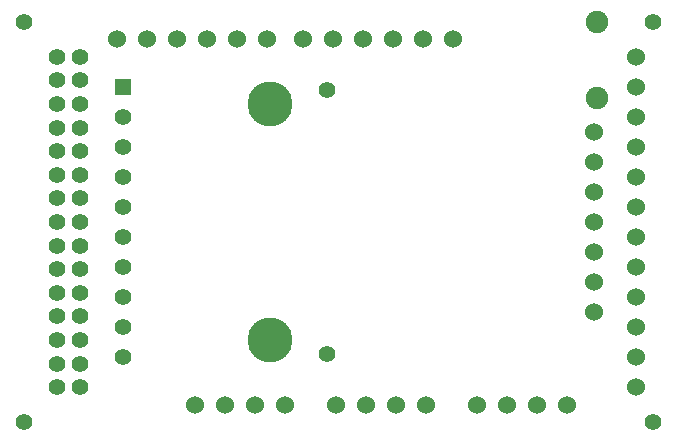
<source format=gbs>
%FSLAX46Y46*%
G04 Gerber Fmt 4.6, Leading zero omitted, Abs format (unit mm)*
G04 Created by KiCad (PCBNEW (2014-jul-16 BZR unknown)-product) date vie 22 ago 2014 20:47:43 CST*
%MOMM*%
G01*
G04 APERTURE LIST*
%ADD10C,0.150000*%
%ADD11R,1.397000X1.397000*%
%ADD12C,1.397000*%
%ADD13C,3.810000*%
%ADD14C,1.422400*%
%ADD15C,1.524000*%
%ADD16C,1.905000*%
%ADD17C,1.400000*%
G04 APERTURE END LIST*
D10*
D11*
X203956920Y-63500000D03*
D12*
X203956920Y-66040000D03*
X203956920Y-68580000D03*
X203956920Y-71120000D03*
X203956920Y-73660000D03*
X203956920Y-76200000D03*
X203956920Y-78740000D03*
X203956920Y-81280000D03*
X203956920Y-83820000D03*
X203956920Y-86360000D03*
D13*
X216461340Y-64930020D03*
X216461340Y-84929980D03*
D14*
X198391780Y-60932060D03*
X200388220Y-60932060D03*
X198391780Y-62931040D03*
X200388220Y-62931040D03*
X198391780Y-64930020D03*
X200388220Y-64930020D03*
X198391780Y-66931540D03*
X200388220Y-66931540D03*
X198391780Y-68930520D03*
X200388220Y-68930520D03*
X198391780Y-70932040D03*
X200388220Y-70932040D03*
X198391780Y-72931020D03*
X200388220Y-72931020D03*
X198391780Y-74930000D03*
X200388220Y-74930000D03*
X198391780Y-76928980D03*
X200388220Y-76928980D03*
X198391780Y-78927960D03*
X200388220Y-78927960D03*
X198391780Y-80929480D03*
X200388220Y-80929480D03*
X198391780Y-82928460D03*
X200388220Y-82928460D03*
X198391780Y-84929980D03*
X200388220Y-84929980D03*
X198391780Y-86928960D03*
X200388220Y-86928960D03*
X198391780Y-88927940D03*
X200388220Y-88927940D03*
D15*
X203454000Y-59436000D03*
X205994000Y-59436000D03*
X208534000Y-59436000D03*
X211074000Y-59436000D03*
X213614000Y-59436000D03*
X216154000Y-59436000D03*
X231902000Y-59436000D03*
X229362000Y-59436000D03*
X226822000Y-59436000D03*
X224282000Y-59436000D03*
X221742000Y-59436000D03*
X219202000Y-59436000D03*
X229616000Y-90424000D03*
X227076000Y-90424000D03*
X224536000Y-90424000D03*
X221996000Y-90424000D03*
X210058000Y-90424000D03*
X212598000Y-90424000D03*
X215138000Y-90424000D03*
X217678000Y-90424000D03*
X241554000Y-90424000D03*
X239014000Y-90424000D03*
X236474000Y-90424000D03*
X233934000Y-90424000D03*
D16*
X244094000Y-57965340D03*
X244094000Y-64411860D03*
D15*
X243840000Y-67310000D03*
X243840000Y-69850000D03*
X243840000Y-72390000D03*
X243840000Y-74930000D03*
X243840000Y-77470000D03*
X243840000Y-80010000D03*
X243840000Y-82550000D03*
X247396000Y-88900000D03*
X247396000Y-86360000D03*
X247396000Y-83820000D03*
X247396000Y-81280000D03*
X247396000Y-78740000D03*
X247396000Y-76200000D03*
X247396000Y-73660000D03*
X247396000Y-71120000D03*
X247396000Y-68580000D03*
X247396000Y-66040000D03*
X247396000Y-63500000D03*
X247396000Y-60960000D03*
D17*
X221259000Y-86080600D03*
X195644000Y-57975500D03*
X195644000Y-91884500D03*
X248856000Y-91884500D03*
X248856000Y-57975500D03*
X221259000Y-63779400D03*
M02*

</source>
